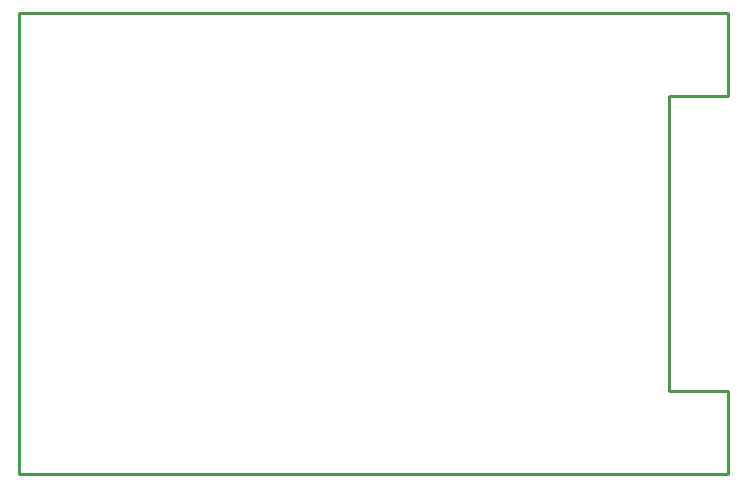
<source format=gko>
G04*
G04 #@! TF.GenerationSoftware,Altium Limited,Altium Designer,19.1.5 (86)*
G04*
G04 Layer_Color=16711935*
%FSAX24Y24*%
%MOIN*%
G70*
G01*
G75*
%ADD13C,0.0100*%
D13*
X033622Y022598D02*
Y025354D01*
X031654Y022598D02*
X033622D01*
Y010000D02*
Y012756D01*
X031654D02*
X033622D01*
X010000Y010000D02*
Y025354D01*
Y010000D02*
X033622D01*
X031654Y012756D02*
Y022598D01*
X010000Y025354D02*
X033622D01*
M02*

</source>
